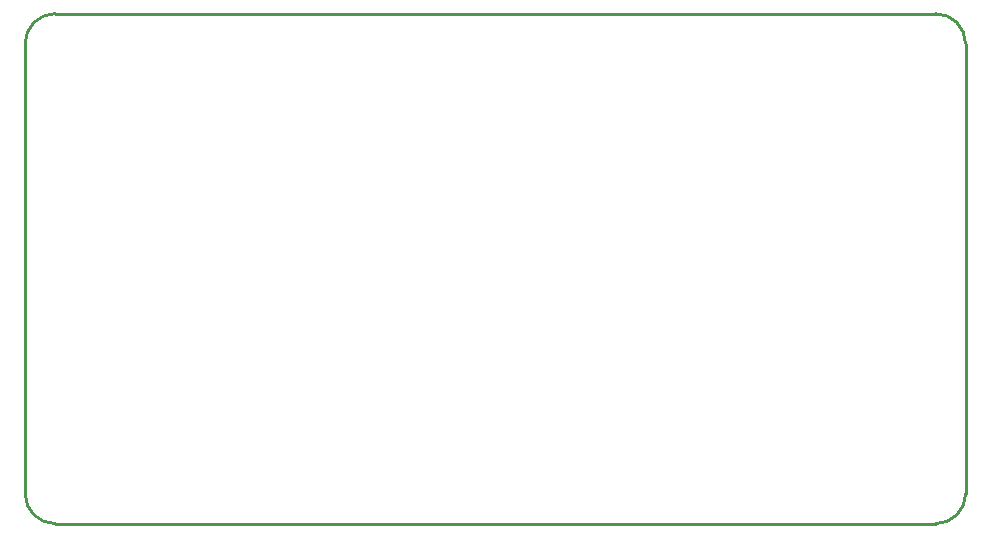
<source format=gm1>
G04*
G04 #@! TF.GenerationSoftware,Altium Limited,Altium Designer,25.6.2 (33)*
G04*
G04 Layer_Color=16711935*
%FSLAX25Y25*%
%MOIN*%
G70*
G04*
G04 #@! TF.SameCoordinates,A6983FEA-D560-4925-98B3-38CB5C928B3C*
G04*
G04*
G04 #@! TF.FilePolarity,Positive*
G04*
G01*
G75*
%ADD10C,0.01000*%
D10*
X433000Y313000D02*
G03*
X423000Y323000I-10000J0D01*
G01*
Y153000D02*
G03*
X433000Y163000I0J10000D01*
G01*
X129500Y323000D02*
G03*
X119500Y313000I0J-10000D01*
G01*
Y163000D02*
G03*
X129500Y153000I10000J0D01*
G01*
X423000D01*
X129500Y323000D02*
X423000D01*
X433000Y163000D02*
Y313000D01*
X119500Y163000D02*
Y313000D01*
M02*

</source>
